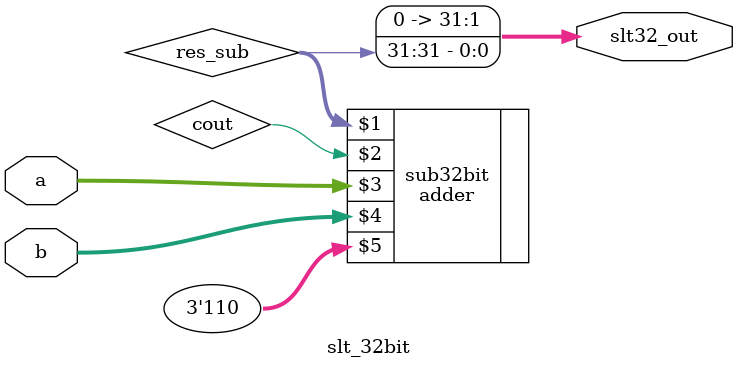
<source format=v>
module slt_32bit(output [31:0]slt32_out, input [31:0]a, b);// Set Less Than design for 32 bit output. LB is 1 or 0 to tell comparison result
			wire [31:0] res_sub;
			wire cout;
			adder sub32bit	(res_sub, cout, a, b, 3'b110);
			
			and fill_res1  (slt32_out[0], res_sub[31],res_sub[31]);
			and fill_res2  (slt32_out[1], 1'b0, 1'b0);
			and fill_res3  (slt32_out[2], 1'b0, 1'b0);
			and fill_res4  (slt32_out[3], 1'b0, 1'b0);
			and fill_res5  (slt32_out[4], 1'b0, 1'b0);
			and fill_res6  (slt32_out[5], 1'b0, 1'b0);
			and fill_res7  (slt32_out[6], 1'b0, 1'b0);
			and fill_res8  (slt32_out[7], 1'b0, 1'b0);
			and fill_res9  (slt32_out[8], 1'b0, 1'b0);
			and fill_res10 (slt32_out[9], 1'b0, 1'b0);
			and fill_res11 (slt32_out[10], 1'b0, 1'b0);
			and fill_res12 (slt32_out[11], 1'b0, 1'b0);
			and fill_res13 (slt32_out[12], 1'b0, 1'b0);
			and fill_res14 (slt32_out[13], 1'b0, 1'b0);
			and fill_res15 (slt32_out[14], 1'b0, 1'b0);
			and fill_res16 (slt32_out[15], 1'b0, 1'b0);
			and fill_res17 (slt32_out[16], 1'b0, 1'b0);
			and fill_res18 (slt32_out[17], 1'b0, 1'b0);
			and fill_res19 (slt32_out[18], 1'b0, 1'b0);
			and fill_res20 (slt32_out[19], 1'b0, 1'b0);
			and fill_res21 (slt32_out[20], 1'b0, 1'b0);
			and fill_res22 (slt32_out[21], 1'b0, 1'b0);
			and fill_res23 (slt32_out[22], 1'b0, 1'b0);
			and fill_res24 (slt32_out[23], 1'b0, 1'b0);
			and fill_res25 (slt32_out[24], 1'b0, 1'b0);
			and fill_res26 (slt32_out[25], 1'b0, 1'b0);
			and fill_res27 (slt32_out[26], 1'b0, 1'b0);
			and fill_res28 (slt32_out[27], 1'b0, 1'b0);
			and fill_res29 (slt32_out[28], 1'b0, 1'b0);
			and fill_res30 (slt32_out[29], 1'b0, 1'b0);
			and fill_res31 (slt32_out[30], 1'b0, 1'b0);
			and fill_res32 (slt32_out[31], 1'b0, 1'b0);

endmodule

</source>
